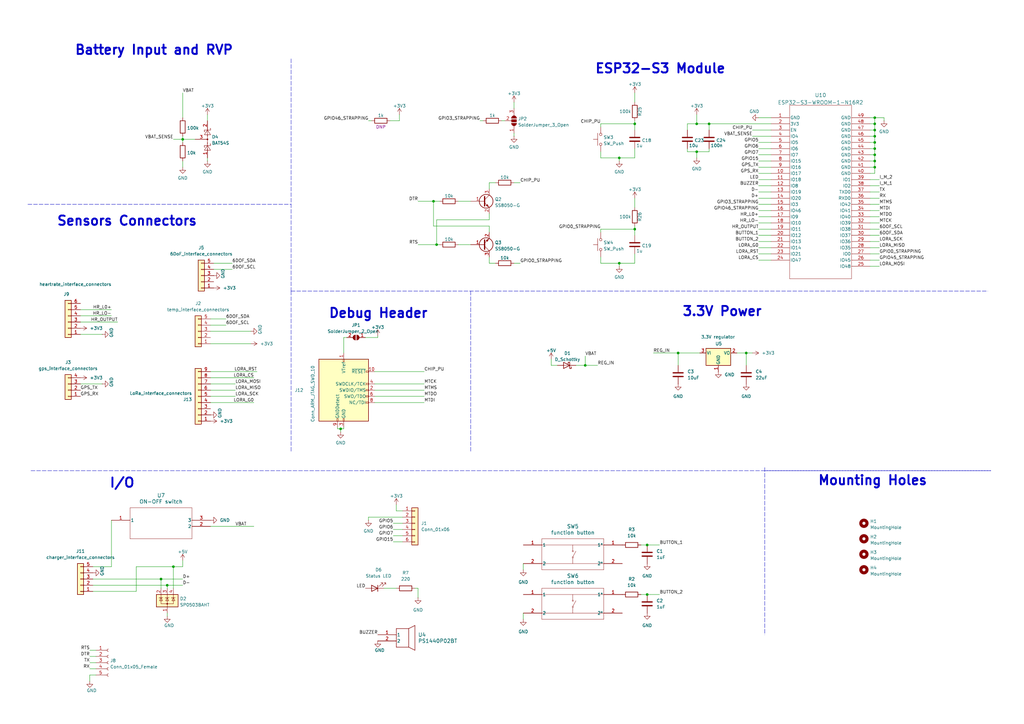
<source format=kicad_sch>
(kicad_sch (version 20231120) (generator "eeschema") (generator_version "8.0")
  (paper "A3")
  (lib_symbols
    (symbol "2024-10-08_01-38-24:EVQ-P7A01P" (pin_names (offset 0.254))
      (property "Reference" "SW6" (at 20.32 7.62 0))
      (property "Value" "function button" (at 20.32 5.08 0))
      (symbol "EVQ-P7A01P_0_1"
        (pin unspecified line (at 0 0 0) (length 7.62) (name "1") (number "1"))
        (pin unspecified line (at 0 -7.62 0) (length 7.62) (name "2") (number "2"))
      )
      (symbol "EVQ-P7A01P_1_1"
        (pin unspecified line (at 40.64 0 180) (length 7.62) (name "1*") (number "1"))
        (pin unspecified line (at 40.64 -7.62 180) (length 7.62) (name "2*") (number "2"))
      )
    )
    (symbol "2024-10-08_01-39-16:OS102011MA1QS1" (pin_names (offset 0.254))
      (property "Reference" "U" (at 20.32 10.16 0))
      (property "Value" "OS102011MA1QS1" (at 20.32 7.62 0))
      (symbol "OS102011MA1QS1_0_1"
        (pin unspecified line (at 0 0 0) (length 7.62) (name "1") (number "1"))
        (pin unspecified line (at 40.64 -2.54 180) (length 7.62) (name "2") (number "2"))
        (pin unspecified line (at 40.64 0 180) (length 7.62) (name "3") (number "3"))
      )
    )
    (symbol "2024-10-11_03-25-17:PS1440P02BT" (pin_names (offset 0.254))
      (property "Reference" "U" (at 7.62 7.62 0))
      (property "Value" "PS1440P02BT" (at 20.32 7.62 0))
      (symbol "PS1440P02BT_0_1"
        (pin unspecified line (at 0 0 0) (length 7.62) (name "1") (number "1"))
        (pin unspecified line (at 0 -2.54 0) (length 7.62) (name "2") (number "2"))
      )
    )
    (symbol "Conn_01x05_1" (pin_names (offset 1.016) hide)
      (property "Reference" "J" (at 0 7.62 0))
      (property "Value" "Conn_01x05" (at 0 -7.62 0))
      (symbol "Conn_01x05_1_1_1"
        (pin passive line (at -5.08 5.08 0) (length 3.81) (name "Pin_1") (number "1"))
        (pin passive line (at -5.08 2.54 0) (length 3.81) (name "Pin_2") (number "2"))
        (pin passive line (at -5.08 0 0) (length 3.81) (name "Pin_3") (number "3"))
        (pin passive line (at -5.08 -2.54 0) (length 3.81) (name "Pin_4") (number "4"))
        (pin passive line (at -5.08 -5.08 0) (length 3.81) (name "Pin_5") (number "5"))
      )
    )
    (symbol "Conn_01x06_1" (pin_names (offset 1.016) hide)
      (property "Reference" "J" (at 0 7.62 0))
      (property "Value" "Conn_01x06" (at 0 -10.16 0))
      (symbol "Conn_01x06_1_1_1"
        (pin passive line (at -5.08 5.08 0) (length 3.81) (name "Pin_1") (number "1"))
        (pin passive line (at -5.08 2.54 0) (length 3.81) (name "Pin_2") (number "2"))
        (pin passive line (at -5.08 0 0) (length 3.81) (name "Pin_3") (number "3"))
        (pin passive line (at -5.08 -2.54 0) (length 3.81) (name "Pin_4") (number "4"))
        (pin passive line (at -5.08 -5.08 0) (length 3.81) (name "Pin_5") (number "5"))
        (pin passive line (at -5.08 -7.62 0) (length 3.81) (name "Pin_6") (number "6"))
      )
    )
    (symbol "Connector:Conn_01x05_Female" (pin_names (offset 1.016) hide)
      (property "Reference" "J" (at 0 7.62 0))
      (property "Value" "Conn_01x05_Female" (at 0 -7.62 0))
      (symbol "Conn_01x05_Female_1_1"
        (pin passive line (at -5.08 5.08 0) (length 3.81) (name "Pin_1") (number "1"))
        (pin passive line (at -5.08 2.54 0) (length 3.81) (name "Pin_2") (number "2"))
        (pin passive line (at -5.08 0 0) (length 3.81) (name "Pin_3") (number "3"))
        (pin passive line (at -5.08 -2.54 0) (length 3.81) (name "Pin_4") (number "4"))
        (pin passive line (at -5.08 -5.08 0) (length 3.81) (name "Pin_5") (number "5"))
      )
    )
    (symbol "Connector:Conn_ARM_JTAG_SWD_10" (pin_names (offset 1.016))
      (property "Reference" "J" (at -2.54 16.51 0))
      (property "Value" "Conn_ARM_JTAG_SWD_10" (at -2.54 13.97 0))
      (symbol "Conn_ARM_JTAG_SWD_10_1_1"
        (pin power_in line (at 0 15.24 270) (length 2.54) (name "VTref") (number "1"))
        (pin open_collector line (at 12.7 7.62 180) (length 2.54) (name "~{RESET}") (number "10"))
        (pin bidirectional line (at 12.7 0 180) (length 2.54) (name "SWDIO/TMS") (number "2"))
        (pin power_in line (at 0 -15.24 90) (length 2.54) (name "GND") (number "3"))
        (pin output line (at 12.7 2.54 180) (length 2.54) (name "SWDCLK/TCK") (number "4"))
        (pin passive line (at 0 -15.24 90) (length 2.54) hide (name "GND") (number "5"))
        (pin input line (at 12.7 -2.54 180) (length 2.54) (name "SWO/TDO") (number "6"))
        (pin no_connect line (at -10.16 0 0) (length 2.54) hide (name "KEY") (number "7"))
        (pin output line (at 12.7 -5.08 180) (length 2.54) (name "NC/TDI") (number "8"))
        (pin passive line (at -2.54 -15.24 90) (length 2.54) (name "GNDDetect") (number "9"))
      )
    )
    (symbol "Connector_Generic:Conn_01x04" (pin_names (offset 1.016) hide)
      (property "Reference" "J" (at 0 5.08 0))
      (property "Value" "Conn_01x04" (at 0 -7.62 0))
      (symbol "Conn_01x04_1_1"
        (pin passive line (at -5.08 2.54 0) (length 3.81) (name "Pin_1") (number "1"))
        (pin passive line (at -5.08 0 0) (length 3.81) (name "Pin_2") (number "2"))
        (pin passive line (at -5.08 -2.54 0) (length 3.81) (name "Pin_3") (number "3"))
        (pin passive line (at -5.08 -5.08 0) (length 3.81) (name "Pin_4") (number "4"))
      )
    )
    (symbol "Connector_Generic:Conn_01x05" (pin_names (offset 1.016) hide)
      (property "Reference" "J11" (at 0 -11.43 0))
      (property "Value" "charger_interface_connectors" (at 0 -8.89 0))
      (symbol "Conn_01x05_1_1"
        (pin passive line (at -5.08 5.08 0) (length 3.81) (name "5V") (number "1"))
        (pin passive line (at -5.08 2.54 0) (length 3.81) (name "D-") (number "2"))
        (pin passive line (at -5.08 0 0) (length 3.81) (name "D+") (number "3"))
        (pin passive line (at -5.08 -2.54 0) (length 3.81) (name "GND") (number "4"))
        (pin passive line (at -5.08 -5.08 0) (length 3.81) (name "BAT") (number "5"))
      )
    )
    (symbol "Connector_Generic:Conn_01x06" (pin_names (offset 1.016) hide)
      (property "Reference" "J9" (at -0.508 -11.43 0))
      (property "Value" "heartrate_interface_connectors" (at -17.78 -15.494 0))
      (symbol "Conn_01x06_1_1"
        (pin passive line (at -5.08 5.08 0) (length 3.81) (name "GND") (number "1"))
        (pin passive line (at -5.08 2.54 0) (length 3.81) (name "3.3V") (number "2"))
        (pin passive line (at -5.08 0 0) (length 3.81) (name "OUTPUT") (number "3"))
        (pin passive line (at -5.08 -2.54 0) (length 3.81) (name "LO-") (number "4"))
        (pin passive line (at -5.08 -5.08 0) (length 3.81) (name "LO+") (number "5"))
        (pin passive line (at -5.08 -7.62 0) (length 3.81) (name "SDN") (number "6"))
      )
    )
    (symbol "Connector_Generic:Conn_01x09" (pin_names (offset 1.016) hide)
      (property "Reference" "J13" (at 2.54 1.2701 0))
      (property "Value" "LoRa_interface_connectors" (at 2.54 -1.2699 0))
      (symbol "Conn_01x09_1_1"
        (pin passive line (at -5.08 10.16 0) (length 3.81) (name "VIN") (number "1"))
        (pin passive line (at -5.08 7.62 0) (length 3.81) (name "GND") (number "2"))
        (pin passive line (at -5.08 5.08 0) (length 3.81) (name "EN") (number "3"))
        (pin passive line (at -5.08 2.54 0) (length 3.81) (name "G0") (number "4"))
        (pin passive line (at -5.08 0 0) (length 3.81) (name "SCK") (number "5"))
        (pin passive line (at -5.08 -2.54 0) (length 3.81) (name "MISO") (number "6"))
        (pin passive line (at -5.08 -5.08 0) (length 3.81) (name "MOSI") (number "7"))
        (pin passive line (at -5.08 -7.62 0) (length 3.81) (name "CS") (number "8"))
        (pin passive line (at -5.08 -10.16 0) (length 3.81) (name "RST") (number "9"))
      )
    )
    (symbol "Device:C" (pin_numbers hide) (pin_names (offset 0.254))
      (property "Reference" "C" (at 0.635 2.54 0))
      (property "Value" "C" (at 0.635 -2.54 0))
      (symbol "C_1_1"
        (pin passive line (at 0 3.81 270) (length 2.794) (name "~") (number "1"))
        (pin passive line (at 0 -3.81 90) (length 2.794) (name "~") (number "2"))
      )
    )
    (symbol "Device:D_Schottky" (pin_numbers hide) (pin_names (offset 1.016) hide)
      (property "Reference" "D" (at 0 2.54 0))
      (property "Value" "D_Schottky" (at 0 -2.54 0))
      (symbol "D_Schottky_1_1"
        (pin passive line (at -3.81 0 0) (length 2.54) (name "K") (number "1"))
        (pin passive line (at 3.81 0 180) (length 2.54) (name "A") (number "2"))
      )
    )
    (symbol "Device:Q_NPN_BEC" (pin_names (offset 0) hide)
      (property "Reference" "Q" (at 5.08 1.27 0))
      (property "Value" "Q_NPN_BEC" (at 5.08 -1.27 0))
      (symbol "Q_NPN_BEC_1_1"
        (pin input line (at -5.08 0 0) (length 5.715) (name "B") (number "1"))
        (pin passive line (at 2.54 -5.08 90) (length 2.54) (name "E") (number "2"))
        (pin passive line (at 2.54 5.08 270) (length 2.54) (name "C") (number "3"))
      )
    )
    (symbol "Device:R" (pin_numbers hide) (pin_names (offset 0))
      (property "Reference" "R" (at 2.032 0 90))
      (property "Value" "R" (at 0 0 90))
      (symbol "R_1_1"
        (pin passive line (at 0 3.81 270) (length 1.27) (name "~") (number "1"))
        (pin passive line (at 0 -3.81 90) (length 1.27) (name "~") (number "2"))
      )
    )
    (symbol "Diode:BAT54S" (pin_names (offset 1.016))
      (property "Reference" "D" (at 0.635 -3.81 0))
      (property "Value" "BAT54S" (at -6.35 3.175 0))
      (symbol "BAT54S_1_1"
        (pin passive line (at -7.62 0 0) (length 3.81) (name "~") (number "1"))
        (pin passive line (at 7.62 0 180) (length 3.81) (name "~") (number "2"))
        (pin passive line (at 0 -5.08 90) (length 5.08) (name "~") (number "3"))
      )
    )
    (symbol "EVQ-P7A01P_1" (pin_names (offset 0.254))
      (property "Reference" "SW5" (at 20.32 7.62 0))
      (property "Value" "function button" (at 20.32 5.08 0))
      (symbol "EVQ-P7A01P_1_0_1"
        (pin unspecified line (at 0 0 0) (length 7.62) (name "1") (number "1"))
        (pin unspecified line (at 40.64 0 180) (length 7.62) (name "1*") (number "1"))
        (pin unspecified line (at 0 -7.62 0) (length 7.62) (name "2") (number "2"))
        (pin unspecified line (at 40.64 -7.62 180) (length 7.62) (name "2*") (number "2"))
      )
    )
    (symbol "Jumper:SolderJumper_2_Open" (pin_names (offset 0) hide)
      (property "Reference" "JP" (at 0 2.032 0))
      (property "Value" "SolderJumper_2_Open" (at 0 -2.54 0))
      (symbol "SolderJumper_2_Open_1_1"
        (pin passive line (at -3.81 0 0) (length 2.54) (name "A") (number "1"))
        (pin passive line (at 3.81 0 180) (length 2.54) (name "B") (number "2"))
      )
    )
    (symbol "Jumper:SolderJumper_3_Open" (pin_names (offset 0) hide)
      (property "Reference" "JP" (at -2.54 -2.54 0))
      (property "Value" "SolderJumper_3_Open" (at 0 2.794 0))
      (symbol "SolderJumper_3_Open_1_1"
        (pin passive line (at -5.08 0 0) (length 2.54) (name "A") (number "1"))
        (pin passive line (at 0 -3.81 90) (length 2.54) (name "C") (number "2"))
        (pin passive line (at 5.08 0 180) (length 2.54) (name "B") (number "3"))
      )
    )
    (symbol "LED:IR26-21C_L110_TR8" (pin_numbers hide) (pin_names (offset 1.016) hide)
      (property "Reference" "D" (at 0 2.54 0))
      (property "Value" "IR26-21C_L110_TR8" (at 0 -3.81 0))
      (symbol "IR26-21C_L110_TR8_1_1"
        (pin passive line (at -3.81 0 0) (length 2.54) (name "K") (number "1"))
        (pin passive line (at 3.81 0 180) (length 2.54) (name "A") (number "2"))
      )
    )
    (symbol "Mechanical:MountingHole" (pin_names (offset 1.016))
      (property "Reference" "H" (at 0 5.08 0))
      (property "Value" "MountingHole" (at 0 3.175 0))
    )
    (symbol "Power_Protection:SP0503BAHT" (pin_names hide)
      (property "Reference" "D" (at 5.715 2.54 0))
      (property "Value" "SP0503BAHT" (at 5.715 0.635 0))
      (symbol "SP0503BAHT_0_0"
        (pin passive line (at 0 -5.08 90) (length 2.54) (name "A") (number "1"))
      )
      (symbol "SP0503BAHT_1_1"
        (pin passive line (at -2.54 5.08 270) (length 2.54) (name "K") (number "2"))
        (pin passive line (at 0 5.08 270) (length 2.54) (name "K") (number "3"))
        (pin passive line (at 2.54 5.08 270) (length 2.54) (name "K") (number "4"))
      )
    )
    (symbol "Regulator_Linear:AZ1117-3.3" (pin_names (offset 0.254))
      (property "Reference" "U" (at -3.81 3.175 0))
      (property "Value" "AZ1117-3.3" (at 0 3.175 0))
      (symbol "AZ1117-3.3_1_1"
        (pin power_in line (at 0 -7.62 90) (length 2.54) (name "GND") (number "1"))
        (pin power_out line (at 7.62 0 180) (length 2.54) (name "VO") (number "2"))
        (pin power_in line (at -7.62 0 0) (length 2.54) (name "VI") (number "3"))
      )
    )
    (symbol "Switch:SW_Push" (pin_numbers hide) (pin_names (offset 1.016) hide)
      (property "Reference" "SW" (at 1.27 2.54 0))
      (property "Value" "SW_Push" (at 0 -1.524 0))
      (symbol "SW_Push_0_1"
        (pin passive line (at -5.08 0 0) (length 2.54) (name "1") (number "1"))
        (pin passive line (at 5.08 0 180) (length 2.54) (name "2") (number "2"))
      )
    )
    (symbol "basic:C" (pin_numbers hide) (pin_names (offset 0.254))
      (property "Reference" "C" (at 0.635 2.54 0))
      (symbol "C_1_1"
        (pin passive line (at 0 3.81 270) (length 2.794) (name "~") (number "1"))
        (pin passive line (at 0 -3.81 90) (length 2.794) (name "~") (number "2"))
      )
    )
    (symbol "basic:R" (pin_numbers hide) (pin_names (offset 0))
      (property "Value" "R" (at 0 0 90))
      (symbol "R_1_1"
        (pin passive line (at 0 3.81 270) (length 1.27) (name "~") (number "1"))
        (pin passive line (at 0 -3.81 90) (length 1.27) (name "~") (number "2"))
      )
    )
    (symbol "local_symbols:ESP32-S3-WROOM-1-N16R2" (pin_names (offset 0.254))
      (property "Reference" "U" (at 20.32 10.16 0))
      (property "Value" "ESP32-S3-WROOM-1-N16R2" (at 20.32 7.62 0))
      (symbol "ESP32-S3-WROOM-1-N16R2_0_1"
        (pin power_out line (at 0 0 0) (length 7.62) (name "GND") (number "1"))
        (pin bidirectional line (at 0 -22.86 0) (length 7.62) (name "IO17") (number "10"))
        (pin bidirectional line (at 0 -25.4 0) (length 7.62) (name "IO18") (number "11"))
        (pin bidirectional line (at 0 -27.94 0) (length 7.62) (name "IO8") (number "12"))
        (pin bidirectional line (at 0 -30.48 0) (length 7.62) (name "IO19") (number "13"))
        (pin bidirectional line (at 0 -33.02 0) (length 7.62) (name "IO20") (number "14"))
        (pin bidirectional line (at 0 -35.56 0) (length 7.62) (name "IO3") (number "15"))
        (pin bidirectional line (at 0 -38.1 0) (length 7.62) (name "IO46") (number "16"))
        (pin bidirectional line (at 0 -40.64 0) (length 7.62) (name "IO9") (number "17"))
        (pin bidirectional line (at 0 -43.18 0) (length 7.62) (name "IO10") (number "18"))
        (pin bidirectional line (at 0 -45.72 0) (length 7.62) (name "IO11") (number "19"))
        (pin power_in line (at 0 -2.54 0) (length 7.62) (name "3V3") (number "2"))
        (pin bidirectional line (at 0 -48.26 0) (length 7.62) (name "IO12") (number "20"))
        (pin bidirectional line (at 0 -50.8 0) (length 7.62) (name "IO13") (number "21"))
        (pin bidirectional line (at 0 -53.34 0) (length 7.62) (name "IO14") (number "22"))
        (pin bidirectional line (at 0 -55.88 0) (length 7.62) (name "IO21") (number "23"))
        (pin bidirectional line (at 0 -58.42 0) (length 7.62) (name "IO47") (number "24"))
        (pin bidirectional line (at 40.64 -60.96 180) (length 7.62) (name "IO48") (number "25"))
        (pin bidirectional line (at 40.64 -58.42 180) (length 7.62) (name "IO45") (number "26"))
        (pin bidirectional line (at 40.64 -55.88 180) (length 7.62) (name "IO0") (number "27"))
        (pin bidirectional line (at 40.64 -53.34 180) (length 7.62) (name "IO35") (number "28"))
        (pin bidirectional line (at 40.64 -50.8 180) (length 7.62) (name "IO36") (number "29"))
        (pin input line (at 0 -5.08 0) (length 7.62) (name "EN") (number "3"))
        (pin bidirectional line (at 40.64 -48.26 180) (length 7.62) (name "IO37") (number "30"))
        (pin bidirectional line (at 40.64 -45.72 180) (length 7.62) (name "IO38") (number "31"))
        (pin bidirectional line (at 40.64 -43.18 180) (length 7.62) (name "IO39") (number "32"))
        (pin bidirectional line (at 40.64 -40.64 180) (length 7.62) (name "IO40") (number "33"))
        (pin bidirectional line (at 40.64 -38.1 180) (length 7.62) (name "IO41") (number "34"))
        (pin bidirectional line (at 40.64 -35.56 180) (length 7.62) (name "IO42") (number "35"))
        (pin bidirectional line (at 40.64 -33.02 180) (length 7.62) (name "RXD0") (number "36"))
        (pin bidirectional line (at 40.64 -30.48 180) (length 7.62) (name "TXD0") (number "37"))
        (pin bidirectional line (at 40.64 -27.94 180) (length 7.62) (name "IO2") (number "38"))
        (pin bidirectional line (at 40.64 -25.4 180) (length 7.62) (name "IO1") (number "39"))
        (pin bidirectional line (at 0 -7.62 0) (length 7.62) (name "IO4") (number "4"))
        (pin power_out line (at 40.64 -22.86 180) (length 7.62) (name "GND") (number "40"))
        (pin power_out line (at 40.64 -20.32 180) (length 7.62) (name "GND") (number "41"))
        (pin power_out line (at 40.64 -17.78 180) (length 7.62) (name "GND") (number "42"))
        (pin power_out line (at 40.64 -15.24 180) (length 7.62) (name "GND") (number "43"))
        (pin power_out line (at 40.64 -12.7 180) (length 7.62) (name "GND") (number "44"))
        (pin power_out line (at 40.64 -10.16 180) (length 7.62) (name "GND") (number "45"))
        (pin power_out line (at 40.64 -7.62 180) (length 7.62) (name "GND") (number "46"))
        (pin power_out line (at 40.64 -5.08 180) (length 7.62) (name "GND") (number "47"))
        (pin power_out line (at 40.64 -2.54 180) (length 7.62) (name "GND") (number "48"))
        (pin power_out line (at 40.64 0 180) (length 7.62) (name "GND") (number "49"))
        (pin bidirectional line (at 0 -10.16 0) (length 7.62) (name "IO5") (number "5"))
        (pin bidirectional line (at 0 -12.7 0) (length 7.62) (name "IO6") (number "6"))
        (pin bidirectional line (at 0 -15.24 0) (length 7.62) (name "IO7") (number "7"))
        (pin bidirectional line (at 0 -17.78 0) (length 7.62) (name "IO15") (number "8"))
        (pin bidirectional line (at 0 -20.32 0) (length 7.62) (name "IO16") (number "9"))
      )
    )
    (symbol "power:+3V3" (power) (pin_names (offset 0))
      (property "Value" "+3V3" (at 0 3.556 0))
      (symbol "+3V3_1_1"
        (pin power_in line (at 0 0 90) (length 0) hide (name "+3V3") (number "1"))
      )
    )
    (symbol "power:+5V" (power) (pin_names (offset 0))
      (property "Value" "+5V" (at 0 3.556 0))
      (symbol "+5V_1_1"
        (pin power_in line (at 0 0 90) (length 0) hide (name "+5V") (number "1"))
      )
    )
    (symbol "power:GND" (power) (pin_numbers hide) (pin_names (offset 0) hide)
      (property "Value" "GND" (at 0 -3.81 0))
      (symbol "GND_1_1"
        (pin power_in line (at 0 0 270) (length 0) (name "~") (number "1"))
      )
    )
  )
  (junction (at 260.35 93.98))
  (junction (at 358.775 55.88))
  (junction (at 265.43 243.84))
  (junction (at 285.75 62.23))
  (junction (at 358.775 50.8))
  (junction (at 358.775 58.42))
  (junction (at 71.12 232.41))
  (junction (at 285.75 50.8))
  (junction (at 290.83 50.8))
  (junction (at 278.13 144.78))
  (junction (at 358.775 68.58))
  (junction (at 74.93 57.15))
  (junction (at 265.43 223.52))
  (junction (at 358.775 48.26))
  (junction (at 68.58 240.03))
  (junction (at 358.775 66.04))
  (junction (at 358.775 60.96))
  (junction (at 260.35 50.8))
  (junction (at 179.07 100.33))
  (junction (at 254 107.95))
  (junction (at 358.775 63.5))
  (junction (at 240.03 149.86))
  (junction (at 306.07 144.78))
  (junction (at 139.7 175.895))
  (junction (at 254 64.77))
  (junction (at 358.775 53.34))
  (junction (at 66.04 237.49))
  (junction (at 177.8 82.55))
  (wire (pts (xy 36.83 266.7) (xy 39.37 266.7)))
  (wire (pts (xy 36.83 271.78) (xy 39.37 271.78)))
  (wire (pts (xy 68.58 240.03) (xy 74.93 240.03)))
  (wire (pts (xy 311.15 86.36) (xy 316.23 86.36)))
  (wire (pts (xy 154.94 137.795) (xy 154.94 138.43)))
  (polyline (pts (xy 193.04 119.38) (xy 193.04 185.42)) (stroke (width 0) (type dash)))
  (wire (pts (xy 226.06 149.86) (xy 228.6 149.86)))
  (wire (pts (xy 260.35 81.28) (xy 260.35 85.09)))
  (wire (pts (xy 38.1 242.57) (xy 55.88 242.57)))
  (wire (pts (xy 161.29 214.63) (xy 165.1 214.63)))
  (wire (pts (xy 92.71 133.35) (xy 86.36 133.35)))
  (polyline (pts (xy 119.38 24.13) (xy 119.38 119.38)) (stroke (width 0) (type dash)))
  (wire (pts (xy 356.87 99.06) (xy 360.68 99.06)))
  (wire (pts (xy 278.13 144.78) (xy 278.13 149.86)))
  (wire (pts (xy 311.15 99.06) (xy 316.23 99.06)))
  (wire (pts (xy 262.89 243.84) (xy 265.43 243.84)))
  (wire (pts (xy 153.67 160.02) (xy 173.99 160.02)))
  (wire (pts (xy 254 107.95) (xy 254 109.22)))
  (wire (pts (xy 311.15 48.26) (xy 316.23 48.26)))
  (wire (pts (xy 96.52 160.02) (xy 86.36 160.02)))
  (wire (pts (xy 210.82 107.95) (xy 213.36 107.95)))
  (wire (pts (xy 356.87 81.28) (xy 360.68 81.28)))
  (wire (pts (xy 71.12 232.41) (xy 74.93 232.41)))
  (wire (pts (xy 311.15 73.66) (xy 316.23 73.66)))
  (wire (pts (xy 311.15 68.58) (xy 316.23 68.58)))
  (polyline (pts (xy 12.7 193.04) (xy 406.4 193.04)) (stroke (width 0) (type dash)))
  (wire (pts (xy 246.38 107.95) (xy 254 107.95)))
  (wire (pts (xy 200.66 90.17) (xy 179.07 90.17)))
  (wire (pts (xy 102.87 140.97) (xy 86.36 140.97)))
  (wire (pts (xy 214.63 233.68) (xy 214.63 231.14)))
  (wire (pts (xy 308.61 53.34) (xy 316.23 53.34)))
  (wire (pts (xy 356.87 66.04) (xy 358.775 66.04)))
  (wire (pts (xy 260.35 107.95) (xy 254 107.95)))
  (wire (pts (xy 105.41 152.4) (xy 86.36 152.4)))
  (wire (pts (xy 86.36 215.9) (xy 104.14 215.9)))
  (polyline (pts (xy 313.69 191.77) (xy 313.69 260.35)) (stroke (width 0) (type dash)))
  (wire (pts (xy 71.12 57.15) (xy 74.93 57.15)))
  (wire (pts (xy 160.02 49.53) (xy 163.83 49.53)))
  (wire (pts (xy 86.36 165.1) (xy 104.14 165.1)))
  (wire (pts (xy 356.87 78.74) (xy 360.68 78.74)))
  (wire (pts (xy 285.75 62.23) (xy 290.83 62.23)))
  (wire (pts (xy 260.35 49.53) (xy 260.35 50.8)))
  (wire (pts (xy 356.87 55.88) (xy 358.775 55.88)))
  (wire (pts (xy 260.35 104.14) (xy 260.35 107.95)))
  (wire (pts (xy 260.35 92.71) (xy 260.35 93.98)))
  (wire (pts (xy 358.775 55.88) (xy 358.775 53.34)))
  (wire (pts (xy 38.1 240.03) (xy 68.58 240.03)))
  (wire (pts (xy 153.67 152.4) (xy 173.99 152.4)))
  (wire (pts (xy 45.72 127) (xy 33.02 127)))
  (wire (pts (xy 356.87 93.98) (xy 360.68 93.98)))
  (wire (pts (xy 281.94 60.96) (xy 281.94 62.23)))
  (polyline (pts (xy 406.4 193.04) (xy 313.69 193.04)) (stroke (width 0) (type dash)))
  (wire (pts (xy 171.45 241.3) (xy 171.45 245.11)))
  (wire (pts (xy 161.29 217.17) (xy 165.1 217.17)))
  (wire (pts (xy 214.63 254) (xy 214.63 251.46)))
  (wire (pts (xy 306.07 144.78) (xy 306.07 149.86)))
  (wire (pts (xy 187.96 100.33) (xy 193.04 100.33)))
  (wire (pts (xy 162.56 209.55) (xy 165.1 209.55)))
  (wire (pts (xy 200.66 105.41) (xy 200.66 107.95)))
  (wire (pts (xy 177.8 82.55) (xy 180.34 82.55)))
  (wire (pts (xy 246.38 50.8) (xy 260.35 50.8)))
  (wire (pts (xy 246.38 105.41) (xy 246.38 107.95)))
  (wire (pts (xy 311.15 71.12) (xy 316.23 71.12)))
  (wire (pts (xy 138.43 175.26) (xy 138.43 175.895)))
  (wire (pts (xy 356.87 104.14) (xy 360.68 104.14)))
  (wire (pts (xy 102.87 135.89) (xy 86.36 135.89)))
  (wire (pts (xy 356.87 106.68) (xy 360.68 106.68)))
  (wire (pts (xy 356.87 68.58) (xy 358.775 68.58)))
  (wire (pts (xy 74.93 55.88) (xy 74.93 57.15)))
  (wire (pts (xy 171.45 100.33) (xy 179.07 100.33)))
  (wire (pts (xy 39.37 276.86) (xy 36.83 276.86)))
  (wire (pts (xy 267.97 144.78) (xy 278.13 144.78)))
  (wire (pts (xy 260.35 50.8) (xy 260.35 53.34)))
  (wire (pts (xy 246.38 62.23) (xy 246.38 64.77)))
  (wire (pts (xy 157.48 241.3) (xy 162.56 241.3)))
  (wire (pts (xy 96.52 157.48) (xy 86.36 157.48)))
  (wire (pts (xy 210.82 54.61) (xy 210.82 55.88)))
  (wire (pts (xy 151.13 212.09) (xy 165.1 212.09)))
  (wire (pts (xy 68.58 240.03) (xy 68.58 241.3)))
  (wire (pts (xy 358.775 66.04) (xy 358.775 63.5)))
  (wire (pts (xy 85.09 46.99) (xy 85.09 49.53)))
  (wire (pts (xy 311.15 104.14) (xy 316.23 104.14)))
  (wire (pts (xy 356.87 63.5) (xy 358.775 63.5)))
  (wire (pts (xy 281.94 50.8) (xy 285.75 50.8)))
  (wire (pts (xy 311.15 63.5) (xy 316.23 63.5)))
  (wire (pts (xy 55.88 232.41) (xy 71.12 232.41)))
  (wire (pts (xy 196.85 49.53) (xy 198.12 49.53)))
  (polyline (pts (xy 11.43 83.82) (xy 119.38 83.82)) (stroke (width 0) (type dash)))
  (wire (pts (xy 246.38 64.77) (xy 254 64.77)))
  (wire (pts (xy 45.72 129.54) (xy 33.02 129.54)))
  (wire (pts (xy 358.775 68.58) (xy 358.775 66.04)))
  (wire (pts (xy 311.15 91.44) (xy 316.23 91.44)))
  (wire (pts (xy 356.87 76.2) (xy 360.68 76.2)))
  (wire (pts (xy 246.38 52.07) (xy 246.38 50.8)))
  (wire (pts (xy 281.94 62.23) (xy 285.75 62.23)))
  (wire (pts (xy 95.25 110.49) (xy 87.63 110.49)))
  (wire (pts (xy 358.775 58.42) (xy 358.775 55.88)))
  (wire (pts (xy 66.04 237.49) (xy 66.04 241.3)))
  (wire (pts (xy 358.775 53.34) (xy 358.775 50.8)))
  (wire (pts (xy 260.35 38.1) (xy 260.35 41.91)))
  (wire (pts (xy 240.03 146.05) (xy 240.03 149.86)))
  (wire (pts (xy 179.07 90.17) (xy 179.07 100.33)))
  (wire (pts (xy 311.15 83.82) (xy 316.23 83.82)))
  (wire (pts (xy 358.775 71.12) (xy 358.775 68.58)))
  (polyline (pts (xy 119.38 119.38) (xy 405.13 119.38)) (stroke (width 0) (type dash)))
  (wire (pts (xy 311.15 76.2) (xy 316.23 76.2)))
  (wire (pts (xy 311.15 106.68) (xy 316.23 106.68)))
  (wire (pts (xy 240.03 149.86) (xy 245.11 149.86)))
  (wire (pts (xy 290.83 50.8) (xy 316.23 50.8)))
  (wire (pts (xy 236.22 149.86) (xy 240.03 149.86)))
  (wire (pts (xy 356.87 96.52) (xy 360.68 96.52)))
  (wire (pts (xy 356.87 101.6) (xy 360.68 101.6)))
  (wire (pts (xy 311.15 96.52) (xy 316.23 96.52)))
  (wire (pts (xy 163.83 46.99) (xy 163.83 49.53)))
  (wire (pts (xy 311.15 101.6) (xy 316.23 101.6)))
  (wire (pts (xy 68.58 251.46) (xy 68.58 252.73)))
  (wire (pts (xy 74.93 38.1) (xy 74.93 48.26)))
  (wire (pts (xy 285.75 62.23) (xy 285.75 64.77)))
  (wire (pts (xy 285.75 46.99) (xy 285.75 50.8)))
  (wire (pts (xy 356.87 48.26) (xy 358.775 48.26)))
  (wire (pts (xy 170.18 241.3) (xy 171.45 241.3)))
  (wire (pts (xy 200.66 87.63) (xy 200.66 90.17)))
  (wire (pts (xy 200.66 95.25) (xy 200.66 92.71)))
  (wire (pts (xy 85.09 64.77) (xy 85.09 66.04)))
  (wire (pts (xy 140.97 138.43) (xy 140.97 144.78)))
  (wire (pts (xy 262.89 223.52) (xy 265.43 223.52)))
  (wire (pts (xy 260.35 64.77) (xy 254 64.77)))
  (wire (pts (xy 311.15 60.96) (xy 316.23 60.96)))
  (wire (pts (xy 210.82 74.93) (xy 213.36 74.93)))
  (wire (pts (xy 36.83 269.24) (xy 39.37 269.24)))
  (wire (pts (xy 74.93 57.15) (xy 80.01 57.15)))
  (wire (pts (xy 41.91 157.48) (xy 33.02 157.48)))
  (wire (pts (xy 149.86 138.43) (xy 154.94 138.43)))
  (wire (pts (xy 205.74 49.53) (xy 207.01 49.53)))
  (wire (pts (xy 179.07 100.33) (xy 180.34 100.33)))
  (wire (pts (xy 36.83 276.86) (xy 36.83 279.4)))
  (wire (pts (xy 151.13 49.53) (xy 152.4 49.53)))
  (wire (pts (xy 153.67 165.1) (xy 173.99 165.1)))
  (wire (pts (xy 153.67 157.48) (xy 173.99 157.48)))
  (wire (pts (xy 187.96 82.55) (xy 193.04 82.55)))
  (wire (pts (xy 171.45 82.55) (xy 177.8 82.55)))
  (wire (pts (xy 362.585 49.53) (xy 362.585 48.26)))
  (wire (pts (xy 278.13 144.78) (xy 287.02 144.78)))
  (wire (pts (xy 104.14 154.94) (xy 86.36 154.94)))
  (wire (pts (xy 200.66 107.95) (xy 203.2 107.95)))
  (wire (pts (xy 177.8 92.71) (xy 177.8 82.55)))
  (wire (pts (xy 358.775 60.96) (xy 358.775 58.42)))
  (wire (pts (xy 38.1 237.49) (xy 66.04 237.49)))
  (wire (pts (xy 311.15 58.42) (xy 316.23 58.42)))
  (wire (pts (xy 200.66 92.71) (xy 177.8 92.71)))
  (wire (pts (xy 92.71 130.81) (xy 86.36 130.81)))
  (wire (pts (xy 210.82 41.91) (xy 210.82 44.45)))
  (wire (pts (xy 265.43 223.52) (xy 270.51 223.52)))
  (wire (pts (xy 311.15 66.04) (xy 316.23 66.04)))
  (wire (pts (xy 285.75 50.8) (xy 290.83 50.8)))
  (wire (pts (xy 138.43 175.895) (xy 139.7 175.895)))
  (wire (pts (xy 260.35 93.98) (xy 260.35 96.52)))
  (wire (pts (xy 140.97 175.26) (xy 140.97 175.895)))
  (wire (pts (xy 311.15 81.28) (xy 316.23 81.28)))
  (wire (pts (xy 161.29 222.25) (xy 165.1 222.25)))
  (wire (pts (xy 246.38 95.25) (xy 246.38 93.98)))
  (wire (pts (xy 161.29 219.71) (xy 165.1 219.71)))
  (wire (pts (xy 38.1 232.41) (xy 45.72 232.41)))
  (wire (pts (xy 281.94 53.34) (xy 281.94 50.8)))
  (wire (pts (xy 71.12 232.41) (xy 71.12 241.3)))
  (polyline (pts (xy 119.38 119.38) (xy 119.38 185.42)) (stroke (width 0) (type dash)))
  (wire (pts (xy 356.87 109.22) (xy 360.68 109.22)))
  (wire (pts (xy 200.66 74.93) (xy 200.66 77.47)))
  (wire (pts (xy 55.88 242.57) (xy 55.88 232.41)))
  (wire (pts (xy 74.93 57.15) (xy 74.93 58.42)))
  (wire (pts (xy 358.775 48.26) (xy 358.775 50.8)))
  (wire (pts (xy 308.61 55.88) (xy 316.23 55.88)))
  (wire (pts (xy 356.87 58.42) (xy 358.775 58.42)))
  (wire (pts (xy 356.87 60.96) (xy 358.775 60.96)))
  (wire (pts (xy 356.87 73.66) (xy 360.68 73.66)))
  (wire (pts (xy 95.25 107.95) (xy 87.63 107.95)))
  (wire (pts (xy 203.2 74.93) (xy 200.66 74.93)))
  (wire (pts (xy 74.93 66.04) (xy 74.93 68.58)))
  (wire (pts (xy 290.83 60.96) (xy 290.83 62.23)))
  (wire (pts (xy 96.52 162.56) (xy 86.36 162.56)))
  (wire (pts (xy 356.87 83.82) (xy 360.68 83.82)))
  (wire (pts (xy 311.15 78.74) (xy 316.23 78.74)))
  (wire (pts (xy 254 64.77) (xy 254 66.04)))
  (wire (pts (xy 302.26 144.78) (xy 306.07 144.78)))
  (wire (pts (xy 45.72 213.36) (xy 45.72 232.41)))
  (wire (pts (xy 139.7 175.895) (xy 139.7 177.165)))
  (wire (pts (xy 311.15 88.9) (xy 316.23 88.9)))
  (wire (pts (xy 153.67 162.56) (xy 173.99 162.56)))
  (wire (pts (xy 358.775 63.5) (xy 358.775 60.96)))
  (wire (pts (xy 260.35 60.96) (xy 260.35 64.77)))
  (wire (pts (xy 356.87 53.34) (xy 358.775 53.34)))
  (wire (pts (xy 358.775 50.8) (xy 356.87 50.8)))
  (wire (pts (xy 226.06 147.32) (xy 226.06 149.86)))
  (wire (pts (xy 356.87 91.44) (xy 360.68 91.44)))
  (wire (pts (xy 41.91 137.16) (xy 33.02 137.16)))
  (wire (pts (xy 356.87 86.36) (xy 360.68 86.36)))
  (wire (pts (xy 308.61 144.78) (xy 306.07 144.78)))
  (wire (pts (xy 311.15 93.98) (xy 316.23 93.98)))
  (wire (pts (xy 290.83 50.8) (xy 290.83 53.34)))
  (wire (pts (xy 36.83 274.32) (xy 39.37 274.32)))
  (wire (pts (xy 66.04 237.49) (xy 74.93 237.49)))
  (wire (pts (xy 151.13 212.09) (xy 151.13 213.36)))
  (wire (pts (xy 356.87 71.12) (xy 358.775 71.12)))
  (wire (pts (xy 48.26 132.08) (xy 33.02 132.08)))
  (wire (pts (xy 142.24 138.43) (xy 140.97 138.43)))
  (wire (pts (xy 265.43 243.84) (xy 270.51 243.84)))
  (wire (pts (xy 74.93 229.87) (xy 74.93 232.41)))
  (wire (pts (xy 246.38 93.98) (xy 260.35 93.98)))
  (wire (pts (xy 162.56 207.01) (xy 162.56 209.55)))
  (wire (pts (xy 356.87 88.9) (xy 360.68 88.9)))
  (wire (pts (xy 358.775 48.26) (xy 362.585 48.26)))
  (wire (pts (xy 140.97 175.895) (xy 139.7 175.895)))
  (text "I/O" (at 44.704 200.406 0) (effects (font (size 3.81 3.81) (thickness 0.762) (bold yes)) (justify left bottom)))
  (text "3.3V Power" (at 279.654 130.048 0) (effects (font (size 3.81 3.81) (thickness 0.762) (bold yes)) (justify left bottom)))
  (text "Debug Header" (at 134.62 130.81 0) (effects (font (size 3.81 3.81) (thickness 0.762) (bold yes)) (justify left bottom)))
  (text "ESP32-S3 Module" (at 243.84 30.48 0) (effects (font (size 3.81 3.81) (thickness 0.762) (bold yes)) (justify left bottom)))
  (text "Mounting Holes" (at 335.28 199.39 0) (effects (font (size 3.81 3.81) (thickness 0.762) (bold yes)) (justify left bottom)))
  (text "Sensors Connectors\n" (at 23.114 92.964 0) (effects (font (size 3.81 3.81) (thickness 0.762) (bold yes)) (justify left bottom)))
  (text "Battery Input and RVP" (at 30.48 22.86 0) (effects (font (size 3.81 3.81) (thickness 0.762) (bold yes)) (justify left bottom)))
  (label "GPIO3_STRAPPING" (at 196.85 49.53 180))
  (label "LORA_MISO" (at 360.68 101.6 0))
  (label "D+" (at 74.93 237.49 0))
  (label "LORA_CS" (at 311.15 106.68 180))
  (label "GPIO15" (at 161.29 222.25 180))
  (label "LORA_G0" (at 311.15 101.6 180))
  (label "GPIO46_STRAPPING" (at 311.15 86.36 180))
  (label "6DOF_SDA" (at 95.25 107.95 0))
  (label "GPIO6" (at 161.29 217.17 180))
  (label "D-" (at 74.93 240.03 0))
  (label "LORA_MOSI" (at 96.52 157.48 0))
  (label "GPIO5" (at 311.15 58.42 180))
  (label "MTMS" (at 360.68 83.82 0))
  (label "GPIO7" (at 161.29 219.71 180))
  (label "HR_LO-" (at 45.72 129.54 180))
  (label "GPIO45_STRAPPING" (at 360.68 106.68 0))
  (label "GPIO6" (at 311.15 60.96 180))
  (label "VBAT_SENSE" (at 308.61 55.88 180))
  (label "LORA_SCK" (at 360.68 99.06 0))
  (label "HR_LO-" (at 311.15 91.44 180))
  (label "LORA_RST" (at 311.15 104.14 180))
  (label "BUZZER" (at 154.94 260.35 180))
  (label "BUTTON_1" (at 311.15 96.52 180))
  (label "6DOF_SDA" (at 92.71 130.81 0))
  (label "MTCK" (at 173.99 157.48 0))
  (label "LORA_CS" (at 104.14 154.94 180))
  (label "CHIP_PU" (at 308.61 53.34 180))
  (label "BUTTON_2" (at 270.51 243.84 0))
  (label "GPIO5" (at 161.29 214.63 180))
  (label "TX" (at 360.68 78.74 0))
  (label "DTR" (at 36.83 269.24 180))
  (label "HR_OUTPUT" (at 48.26 132.08 180))
  (label "RX" (at 360.68 81.28 0))
  (label "6DOF_SCL" (at 92.71 133.35 0))
  (label "CHIP_PU" (at 173.99 152.4 0))
  (label "VBAT" (at 240.03 146.05 0))
  (label "GPIO7" (at 311.15 63.5 180))
  (label "LORA_SCK" (at 96.52 162.56 0))
  (label "HR_OUTPUT" (at 311.15 93.98 180))
  (label "DTR" (at 171.45 82.55 180))
  (label "LED" (at 311.15 73.66 180))
  (label "HR_L0+" (at 45.72 127 180))
  (label "GPIO0_STRAPPING" (at 213.36 107.95 0))
  (label "VBAT_SENSE" (at 71.12 57.15 180))
  (label "I_M_1" (at 360.68 76.2 0))
  (label "6DOF_SCL" (at 360.68 93.98 0))
  (label "CHIP_PU" (at 246.38 50.8 180))
  (label "MTCK" (at 360.68 91.44 0))
  (label "BUTTON_1" (at 270.51 223.52 0))
  (label "REG_IN" (at 267.97 144.78 0))
  (label "REG_IN" (at 245.11 149.86 0))
  (label "RTS" (at 36.83 266.7 180))
  (label "LORA_MOSI" (at 360.68 109.22 0))
  (label "MTDI" (at 173.99 165.1 0))
  (label "BUTTON_2" (at 311.15 99.06 180))
  (label "GPS_RX" (at 33.02 162.56 0))
  (label "MTDI" (at 360.68 86.36 0))
  (label "LED" (at 149.86 241.3 180))
  (label "GPS_TX" (at 33.02 160.02 0))
  (label "RX" (at 36.83 274.32 180))
  (label "BUZZER" (at 311.15 76.2 180))
  (label "GPIO15" (at 311.15 66.04 180))
  (label "CHIP_PU" (at 213.36 74.93 0))
  (label "GPIO3_STRAPPING" (at 311.15 83.82 180))
  (label "D-" (at 311.15 78.74 180))
  (label "MTMS" (at 173.99 160.02 0))
  (label "VBAT" (at 96.52 215.9 0))
  (label "HR_L0+" (at 311.15 88.9 180))
  (label "LORA_G0" (at 104.14 165.1 180))
  (label "GPIO46_STRAPPING" (at 151.13 49.53 180))
  (label "GPIO0_STRAPPING" (at 360.68 104.14 0))
  (label "RTS" (at 171.45 100.33 180))
  (label "VBAT" (at 74.93 38.1 0))
  (label "GPIO0_STRAPPING" (at 246.38 93.98 180))
  (label "MTDO" (at 173.99 162.56 0))
  (label "LORA_MISO" (at 96.52 160.02 0))
  (label "I_M_2" (at 360.68 73.66 0))
  (label "TX" (at 36.83 271.78 180))
  (label "LORA_RST" (at 105.41 152.4 180))
  (label "MTDO" (at 360.68 88.9 0))
  (label "6DOF_SCL" (at 95.25 110.49 0))
  (label "GPS_TX" (at 311.15 68.58 180))
  (label "GPS_RX" (at 311.15 71.12 180))
  (label "6DOF_SDA" (at 360.68 96.52 0))
  (label "D+" (at 311.15 81.28 180))
  (symbol (lib_id "2024-10-08_01-38-24:EVQ-P7A01P") (at 214.63 243.84 0) (unit 1)
    (property "Reference" "SW6" (at 234.95 236.22 0) (effects (font (size 1.524 1.524))))
    (property "Value" "function button" (at 234.95 238.76 0) (effects (font (size 1.524 1.524))))
    (property "Footprint" "Button_Switch_SMD:SW_SPST_EVQP7A" (effects (hide yes)))
    (property "Datasheet" "EVQ-P7A01P" (effects (hide yes)))
  )
  (symbol (lib_id "power:GND") (at 285.75 64.77 0) (unit 1)
    (property "Reference" "#PWR079" (effects (hide yes)))
    (property "Value" "GND" (at 285.75 69.2134 0))
  )
  (symbol (lib_id "2024-10-08_01-39-16:OS102011MA1QS1") (at 45.72 213.36 0) (unit 1)
    (property "Reference" "U7" (at 66.04 203.2 0) (effects (font (size 1.524 1.524))))
    (property "Value" "ON-OFF switch" (at 66.04 205.74 0) (effects (font (size 1.524 1.524))))
    (property "Footprint" "Button_Switch_THT:SW_Slide_SPDT_Angled_CK_OS102011MA1Q" (effects (hide yes)))
    (property "Datasheet" "OS102011MA1QS1" (effects (hide yes)))
  )
  (symbol (lib_id "Device:R") (at 259.08 223.52 90) (unit 1)
    (property "Reference" "R3" (at 259.08 217.17 90))
    (property "Value" "10k" (at 259.08 219.71 90))
    (property "Footprint" "Resistor_SMD:R_0805_2012Metric_Pad1.20x1.40mm_HandSolder" (effects (hide yes)))
    (property "Description" "Resistor" (effects (hide yes)))
  )
  (symbol (lib_id "2024-10-11_03-25-17:PS1440P02BT") (at 154.94 260.35 0) (unit 1)
    (property "Reference" "U4" (at 171.45 260.3499 0) (effects (font (size 1.524 1.524)) (justify left)))
    (property "Value" "PS1440P02BT" (at 171.45 262.8899 0) (effects (font (size 1.524 1.524)) (justify left)))
    (property "Footprint" "Buzzer_Beeper:Buzzer_TDK_PS1240P02BT_D12.2mm_H6.5mm" (effects (hide yes)))
    (property "Datasheet" "PS1440P02BT" (effects (hide yes)))
  )
  (symbol (lib_id "power:GND") (at 254 66.04 0) (unit 1)
    (property "Reference" "#PWR067" (effects (hide yes)))
    (property "Value" "GND" (at 254 70.4834 0))
  )
  (symbol (lib_name "Conn_01x06_1") (lib_id "Connector_Generic:Conn_01x06") (at 170.18 214.63 0) (unit 1)
    (property "Reference" "J1" (at 172.72 214.6299 0) (effects (justify left)))
    (property "Value" "Conn_01x06" (at 172.72 217.1699 0) (effects (justify left)))
    (property "Footprint" "Connector_PinHeader_2.54mm:PinHeader_1x06_P2.54mm_Vertical" (effects (hide yes)))
    (property "Description" "Generic connector, single row, 01x06, script generated (kicad-library-utils/schlib/autogen/connector/)" (effects (hide yes)))
  )
  (symbol (lib_id "Device:Q_NPN_BEC") (at 198.12 100.33 0) (mirror x) (unit 1)
    (property "Reference" "Q3" (at 202.9714 99.4953 0) (effects (justify left)))
    (property "Value" "SS8050-G" (at 202.9714 102.0322 0) (effects (justify left)))
    (property "Footprint" "Package_TO_SOT_SMD:SOT-23" (effects (hide yes)))
  )
  (symbol (lib_id "Device:C") (at 306.07 153.67 0) (unit 1)
    (property "Reference" "C4" (at 309.88 152.3999 0) (effects (justify left)))
    (property "Value" "22uF" (at 309.88 154.9399 0) (effects (justify left)))
    (property "Footprint" "Capacitor_SMD:C_0805_2012Metric_Pad1.18x1.45mm_HandSolder" (effects (hide yes)))
    (property "Description" "Unpolarized capacitor" (effects (hide yes)))
  )
  (symbol (lib_id "Switch:SW_Push") (at 246.38 100.33 90) (unit 1)
    (property "Reference" "SW4" (at 247.523 99.4953 90) (effects (justify right)))
    (property "Value" "SW_Push" (at 247.523 102.0322 90) (effects (justify right)))
    (property "Footprint" "Button_Switch_SMD:SW_SPST_B3S-1000" (effects (hide yes)))
    (property "Datasheet" "https://www.digikey.com/en/products/detail/omron-electronics-inc-emc-div/B3S-1000/20686" (effects (hide yes)))
  )
  (symbol (lib_id "Device:C") (at 265.43 247.65 0) (unit 1)
    (property "Reference" "C2" (at 269.24 246.3799 0) (effects (justify left)))
    (property "Value" "1uF" (at 269.24 248.9199 0) (effects (justify left)))
    (property "Footprint" "Capacitor_SMD:C_0805_2012Metric_Pad1.18x1.45mm_HandSolder" (effects (hide yes)))
    (property "Description" "Unpolarized capacitor" (effects (hide yes)))
  )
  (symbol (lib_id "power:+3V3") (at 86.36 172.72 270) (unit 1)
    (property "Reference" "#PWR019" (effects (hide yes)))
    (property "Value" "+3V3" (at 90.17 172.7199 90) (effects (justify left)))
  )
  (symbol (lib_id "power:GND") (at 210.82 55.88 0) (unit 1)
    (property "Reference" "#PWR059" (effects (hide yes)))
    (property "Value" "GND" (at 210.82 60.3234 0))
  )
  (symbol (lib_id "Connector:Conn_01x05_Female") (at 44.45 271.78 0) (unit 1)
    (property "Reference" "J8" (at 45.1612 270.9453 0) (effects (justify left)))
    (property "Value" "Conn_01x05_Female" (at 45.1612 273.4822 0) (effects (justify left)))
    (property "Footprint" "Connector_PinHeader_2.54mm:PinHeader_1x05_P2.54mm_Vertical" (effects (hide yes)))
  )
  (symbol (lib_id "Device:R") (at 259.08 243.84 90) (unit 1)
    (property "Reference" "R2" (at 259.08 237.49 90))
    (property "Value" "10k" (at 259.08 240.03 90))
    (property "Footprint" "Resistor_SMD:R_0805_2012Metric_Pad1.20x1.40mm_HandSolder" (effects (hide yes)))
    (property "Description" "Resistor" (effects (hide yes)))
  )
  (symbol (lib_id "power:GND") (at 254 109.22 0) (unit 1)
    (property "Reference" "#PWR068" (effects (hide yes)))
    (property "Value" "GND" (at 254 113.6634 0))
  )
  (symbol (lib_id "power:GND") (at 362.585 49.53 0) (unit 1)
    (property "Reference" "#PWR084" (effects (hide yes)))
    (property "Value" "GND" (at 362.585 53.9734 0))
  )
  (symbol (lib_id "power:GND") (at 171.45 245.11 0) (unit 1)
    (property "Reference" "#PWR047" (effects (hide yes)))
    (property "Value" "GND" (at 171.45 250.19 0))
    (property "Description" "Power symbol creates a global label with name \"GND\" , ground" (effects (hide yes)))
  )
  (symbol (lib_id "power:GND") (at 102.87 135.89 90) (unit 1)
    (property "Reference" "#PWR02" (effects (hide yes)))
    (property "Value" "GND" (at 106.68 137.16 0) (effects (justify left)))
  )
  (symbol (lib_id "power:+3V3") (at 33.02 134.62 270) (unit 1)
    (property "Reference" "#PWR018" (effects (hide yes)))
    (property "Value" "+3V3" (at 36.83 134.6199 90) (effects (justify left)))
  )
  (symbol (lib_id "power:GND") (at 151.13 213.36 0) (unit 1)
    (property "Reference" "#PWR035" (effects (hide yes)))
    (property "Value" "GND" (at 151.13 217.8034 0))
  )
  (symbol (lib_id "Jumper:SolderJumper_2_Open") (at 146.05 138.43 180) (unit 1)
    (property "Reference" "JP1" (at 146.05 133.35 0))
    (property "Value" "SolderJumper_2_Open" (at 144.78 135.89 0))
    (property "Footprint" "Jumper:SolderJumper-2_P1.3mm_Open_TrianglePad1.0x1.5mm" (effects (hide yes)))
  )
  (symbol (lib_id "Connector_Generic:Conn_01x04") (at 27.94 160.02 180) (unit 1)
    (property "Reference" "J3" (at 27.94 148.59 0))
    (property "Value" "gps_interface_connectors" (at 27.94 151.13 0))
    (property "Footprint" "Connector_PinHeader_2.54mm:PinHeader_1x04_P2.54mm_Vertical" (effects (hide yes)))
    (property "Description" "Generic connector, single row, 01x04, script generated (kicad-library-utils/schlib/autogen/connector/)" (effects (hide yes)))
  )
  (symbol (lib_id "power:+3V3") (at 260.35 38.1 0) (unit 1)
    (property "Reference" "#PWR070" (effects (hide yes)))
    (property "Value" "+3V3" (at 260.35 34.5242 0))
  )
  (symbol (lib_id "power:+3V3") (at 85.09 46.99 0) (unit 1)
    (property "Reference" "#PWR041" (effects (hide yes)))
    (property "Value" "+3V3" (at 85.09 43.4142 0))
  )
  (symbol (lib_id "Mechanical:MountingHole") (at 354.33 227.33 0) (unit 1)
    (property "Reference" "H3" (at 356.87 226.4953 0) (effects (justify left)))
    (property "Value" "MountingHole" (at 356.87 229.0322 0) (effects (justify left)))
    (property "Footprint" "MountingHole:MountingHole_3.2mm_M3" (effects (hide yes)))
  )
  (symbol (lib_id "power:GND") (at 214.63 254 0) (unit 1)
    (property "Reference" "#PWR040" (effects (hide yes)))
    (property "Value" "GND" (at 214.63 259.08 0))
    (property "Description" "Power symbol creates a global label with name \"GND\" , ground" (effects (hide yes)))
  )
  (symbol (lib_id "basic:R") (at 156.21 49.53 90) (unit 1)
    (property "Reference" "R13" (effects (hide yes)))
    (property "Value" "1k" (at 156.21 47.3512 90))
    (property "Footprint" "Resistor_SMD:R_0805_2012Metric_Pad1.20x1.40mm_HandSolder" (effects (hide yes)))
    (property "Note" "DNP" (at 156.21 52.07 90))
  )
  (symbol (lib_id "LED:IR26-21C_L110_TR8") (at 153.67 241.3 180) (unit 1)
    (property "Reference" "D6" (at 155.2575 233.68 0))
    (property "Value" "Status LED" (at 155.2575 236.22 0))
    (property "Footprint" "LED_SMD:LED_1206_3216Metric" (effects (hide yes)))
    (property "Datasheet" "http://www.everlight.com/file/ProductFile/IR26-21C-L110-TR8.pdf" (effects (hide yes)))
    (property "Description" "940nm, 20 deg, Infrared LED, 1206" (effects (hide yes)))
  )
  (symbol (lib_id "power:+3V3") (at 33.02 154.94 270) (unit 1)
    (property "Reference" "#PWR04" (effects (hide yes)))
    (property "Value" "+3V3" (at 36.83 154.9399 90) (effects (justify left)))
  )
  (symbol (lib_id "basic:C") (at 260.35 57.15 0) (unit 1)
    (property "Reference" "C18" (at 263.271 57.5838 0) (effects (justify left)))
    (property "Value" "1u" (at 260.985 59.69 0) (effects (justify left)))
    (property "Footprint" "Capacitor_SMD:C_0805_2012Metric_Pad1.18x1.45mm_HandSolder" (effects (hide yes)))
  )
  (symbol (lib_id "Mechanical:MountingHole") (at 354.33 233.68 0) (unit 1)
    (property "Reference" "H4" (at 356.87 232.8453 0) (effects (justify left)))
    (property "Value" "MountingHole" (at 356.87 235.3822 0) (effects (justify left)))
    (property "Footprint" "MountingHole:MountingHole_3.2mm_M3" (effects (hide yes)))
  )
  (symbol (lib_id "Jumper:SolderJumper_3_Open") (at 210.82 49.53 270) (mirror x) (unit 1)
    (property "Reference" "JP2" (at 212.471 48.6953 90) (effects (justify left)))
    (property "Value" "SolderJumper_3_Open" (at 212.471 51.2322 90) (effects (justify left)))
    (property "Footprint" "Jumper:SolderJumper-3_P2.0mm_Open_TrianglePad1.0x1.5mm" (effects (hide yes)))
  )
  (symbol (lib_id "power:GND") (at 306.07 157.48 0) (unit 1)
    (property "Reference" "#PWR048" (effects (hide yes)))
    (property "Value" "GND" (at 306.07 162.56 0))
    (property "Description" "Power symbol creates a global label with name \"GND\" , ground" (effects (hide yes)))
  )
  (symbol (lib_id "power:GND") (at 74.93 68.58 0) (unit 1)
    (property "Reference" "#PWR039" (effects (hide yes)))
    (property "Value" "GND" (at 74.93 73.0234 0))
  )
  (symbol (lib_id "power:+3V3") (at 285.75 46.99 0) (unit 1)
    (property "Reference" "#PWR078" (effects (hide yes)))
    (property "Value" "+3V3" (at 285.75 43.4142 0))
  )
  (symbol (lib_id "basic:C") (at 290.83 57.15 0) (unit 1)
    (property "Reference" "C24" (at 293.751 57.5838 0) (effects (justify left)))
    (property "Value" "100n" (at 291.465 59.69 0) (effects (justify left)))
    (property "Footprint" "Capacitor_SMD:C_0805_2012Metric_Pad1.18x1.45mm_HandSolder" (effects (hide yes)))
  )
  (symbol (lib_id "power:GND") (at 294.64 152.4 0) (unit 1)
    (property "Reference" "#PWR026" (effects (hide yes)))
    (property "Value" "GND" (at 297.18 153.6699 0) (effects (justify left)))
    (property "Description" "Power symbol creates a global label with name \"GND\" , ground" (effects (hide yes)))
  )
  (symbol (lib_id "Device:C") (at 265.43 227.33 0) (unit 1)
    (property "Reference" "C1" (at 269.24 226.0599 0) (effects (justify left)))
    (property "Value" "1uF" (at 269.24 228.5999 0) (effects (justify left)))
    (property "Footprint" "Capacitor_SMD:C_0805_2012Metric_Pad1.18x1.45mm_HandSolder" (effects (hide yes)))
    (property "Description" "Unpolarized capacitor" (effects (hide yes)))
  )
  (symbol (lib_id "basic:C") (at 281.94 57.15 0) (unit 1)
    (property "Reference" "C23" (at 284.861 57.5838 0) (effects (justify left)))
    (property "Value" "10u" (at 282.575 59.69 0) (effects (justify left)))
    (property "Footprint" "Capacitor_SMD:C_0805_2012Metric_Pad1.18x1.45mm_HandSolder" (effects (hide yes)))
  )
  (symbol (lib_id "power:GND") (at 265.43 251.46 0) (unit 1)
    (property "Reference" "#PWR044" (effects (hide yes)))
    (property "Value" "GND" (at 265.43 256.54 0))
    (property "Description" "Power symbol creates a global label with name \"GND\" , ground" (effects (hide yes)))
  )
  (symbol (lib_id "basic:R") (at 260.35 45.72 0) (unit 1)
    (property "Reference" "R25" (at 262.382 45.72 90))
    (property "Value" "100k" (at 254 45.72 0) (effects (justify left)))
    (property "Footprint" "Resistor_SMD:R_0805_2012Metric_Pad1.20x1.40mm_HandSolder" (effects (hide yes)))
  )
  (symbol (lib_id "Device:D_Schottky") (at 232.41 149.86 180) (unit 1)
    (property "Reference" "D1" (at 232.7275 144.8902 0))
    (property "Value" "D_Schottky" (at 232.7275 147.4271 0))
    (property "Footprint" "Diode_SMD:D_SMA" (effects (hide yes)))
    (property "Datasheet" "https://www.digikey.com/en/products/detail/comchip-technology/CDBA540-HF/5226175" (effects (hide yes)))
  )
  (symbol (lib_id "Mechanical:MountingHole") (at 354.33 220.98 0) (unit 1)
    (property "Reference" "H2" (at 356.87 220.1453 0) (effects (justify left)))
    (property "Value" "MountingHole" (at 356.87 222.6822 0) (effects (justify left)))
    (property "Footprint" "MountingHole:MountingHole_3.2mm_M3" (effects (hide yes)))
  )
  (symbol (lib_id "power:+3V3") (at 87.63 118.11 270) (unit 1)
    (property "Reference" "#PWR023" (effects (hide yes)))
    (property "Value" "+3V3" (at 91.44 118.1099 90) (effects (justify left)))
  )
  (symbol (lib_id "Regulator_Linear:AZ1117-3.3") (at 294.64 144.78 0) (unit 1)
    (property "Reference" "U5" (at 293.3699 140.97 0) (effects (justify left)))
    (property "Value" "3.3V regulator" (at 287.528 138.176 0) (effects (justify left)))
    (property "Footprint" "Package_TO_SOT_SMD:TO-252-3_TabPin2" (effects (hide yes)))
    (property "Datasheet" "https://www.diodes.com/assets/Datasheets/AZ1117.pdf" (effects (hide yes)))
    (property "Description" "1A 20V Fixed LDO Linear Regulator, 3.3V, SOT-89/SOT-223/TO-220/TO-252/TO-263" (effects (hide yes)))
  )
  (symbol (lib_id "power:GND") (at 86.36 213.36 90) (unit 1)
    (property "Reference" "#PWR05" (effects (hide yes)))
    (property "Value" "GND" (at 90.17 213.3601 90) (effects (justify right)))
    (property "Description" "Power symbol creates a global label with name \"GND\" , ground" (effects (hide yes)))
  )
  (symbol (lib_id "Connector_Generic:Conn_01x06") (at 27.94 132.08 180) (unit 1)
    (property "Reference" "J9" (at 28.448 120.65 0) (effects (justify left)))
    (property "Value" "heartrate_interface_connectors" (at 45.72 116.586 0) (effects (justify left)))
    (property "Footprint" "Connector_PinHeader_2.54mm:PinHeader_1x06_P2.54mm_Vertical" (effects (hide yes)))
    (property "Description" "Generic connector, single row, 01x06, script generated (kicad-library-utils/schlib/autogen/connector/)" (effects (hide yes)))
  )
  (symbol (lib_id "power:GND") (at 41.91 157.48 90) (unit 1)
    (property "Reference" "#PWR03" (effects (hide yes)))
    (property "Value" "GND" (at 45.72 158.75 0) (effects (justify left)))
  )
  (symbol (lib_id "power:+3V3") (at 154.94 137.795 0) (unit 1)
    (property "Reference" "#PWR050" (effects (hide yes)))
    (property "Value" "+3V3" (at 154.94 134.2192 0))
  )
  (symbol (lib_id "Device:R") (at 166.37 241.3 90) (unit 1)
    (property "Reference" "R7" (at 166.37 234.95 90))
    (property "Value" "220" (at 166.37 237.49 90))
    (property "Footprint" "Resistor_SMD:R_0805_2012Metric_Pad1.20x1.40mm_HandSolder" (effects (hide yes)))
    (property "Description" "Resistor" (effects (hide yes)))
  )
  (symbol (lib_id "basic:R") (at 201.93 49.53 90) (unit 1)
    (property "Reference" "R18" (effects (hide yes)))
    (property "Value" "1k" (at 201.93 47.3512 90))
    (property "Footprint" "Resistor_SMD:R_0805_2012Metric_Pad1.20x1.40mm_HandSolder" (effects (hide yes)))
  )
  (symbol (lib_id "power:GND") (at 278.13 157.48 0) (unit 1)
    (property "Reference" "#PWR034" (effects (hide yes)))
    (property "Value" "GND" (at 278.13 162.56 0))
    (property "Description" "Power symbol creates a global label with name \"GND\" , ground" (effects (hide yes)))
  )
  (symbol (lib_id "Connector:Conn_ARM_JTAG_SWD_10") (at 140.97 160.02 0) (unit 1)
    (property "Reference" "J12" (at 124.46 160.02 0) (effects (justify right)))
    (property "Value" "Conn_ARM_JTAG_SWD_10" (at 128.27 149.86 90) (effects (justify right)))
    (property "Footprint" "Connector_IDC:IDC-Header_2x05_P2.54mm_Vertical" (effects (hide yes)))
    (property "Datasheet" "http://infocenter.arm.com/help/topic/com.arm.doc.ddi0314h/DDI0314H_coresight_components_trm.pdf" (effects (hide yes)))
  )
  (symbol (lib_id "power:+5V") (at 226.06 147.32 0) (unit 1)
    (property "Reference" "#PWR07" (effects (hide yes)))
    (property "Value" "+5V" (at 226.06 143.7442 0))
  )
  (symbol (lib_id "power:GND") (at 68.58 252.73 0) (unit 1)
    (property "Reference" "#PWR024" (effects (hide yes)))
    (property "Value" "GND" (at 67.31 256.54 0) (effects (justify left)))
  )
  (symbol (lib_id "power:+3V3") (at 163.83 46.99 0) (unit 1)
    (property "Reference" "#PWR052" (effects (hide yes)))
    (property "Value" "+3V3" (at 163.83 43.4142 0))
  )
  (symbol (lib_id "Device:C") (at 278.13 153.67 0) (unit 1)
    (property "Reference" "C3" (at 281.94 152.3999 0) (effects (justify left)))
    (property "Value" "10uF" (at 281.94 154.9399 0) (effects (justify left)))
    (property "Footprint" "Capacitor_SMD:C_0805_2012Metric_Pad1.18x1.45mm_HandSolder" (effects (hide yes)))
    (property "Description" "Unpolarized capacitor" (effects (hide yes)))
  )
  (symbol (lib_id "Device:Q_NPN_BEC") (at 198.12 82.55 0) (unit 1)
    (property "Reference" "Q2" (at 202.9714 81.7153 0) (effects (justify left)))
    (property "Value" "SS8050-G" (at 202.9714 84.2522 0) (effects (justify left)))
    (property "Footprint" "Package_TO_SOT_SMD:SOT-23" (effects (hide yes)))
  )
  (symbol (lib_id "power:GND") (at 87.63 113.03 90) (unit 1)
    (property "Reference" "#PWR032" (effects (hide yes)))
    (property "Value" "GND" (at 91.44 114.3 0) (effects (justify left)))
  )
  (symbol (lib_name "Conn_01x05_1") (lib_id "Connector_Generic:Conn_01x05") (at 81.28 135.89 180) (unit 1)
    (property "Reference" "J2" (at 81.28 124.46 0))
    (property "Value" "temp_interface_connectors" (at 81.28 127 0))
    (property "Footprint" "Connector_PinHeader_2.54mm:PinHeader_1x05_P2.54mm_Vertical" (effects (hide yes)))
    (property "Description" "Generic connector, single row, 01x05, script generated (kicad-library-utils/schlib/autogen/connector/)" (effects (hide yes)))
  )
  (symbol (lib_id "basic:R") (at 207.01 74.93 90) (unit 1)
    (property "Reference" "R19" (effects (hide yes)))
    (property "Value" "10k" (at 207.01 72.7512 90))
    (property "Footprint" "Resistor_SMD:R_0805_2012Metric_Pad1.20x1.40mm_HandSolder" (effects (hide yes)))
  )
  (symbol (lib_id "power:GND") (at 214.63 233.68 0) (unit 1)
    (property "Reference" "#PWR036" (effects (hide yes)))
    (property "Value" "GND" (at 214.63 238.76 0))
    (property "Description" "Power symbol creates a global label with name \"GND\" , ground" (effects (hide yes)))
  )
  (symbol (lib_id "power:+3V3") (at 308.61 144.78 270) (unit 1)
    (property "Reference" "#PWR049" (effects (hide yes)))
    (property "Value" "+3V3" (at 312.42 144.7799 90) (effects (justify left)))
  )
  (symbol (lib_id "Power_Protection:SP0503BAHT") (at 68.58 246.38 0) (unit 1)
    (property "Reference" "D2" (at 73.787 245.5453 0) (effects (justify left)))
    (property "Value" "SP0503BAHT" (at 73.787 248.0822 0) (effects (justify left)))
    (property "Footprint" "Package_TO_SOT_SMD:SOT-143" (effects (hide yes)))
    (property "Datasheet" "http://www.littelfuse.com/~/media/files/littelfuse/technical%20resources/documents/data%20sheets/sp05xxba.pdf" (effects (hide yes)))
  )
  (symbol (lib_id "power:GND") (at 139.7 177.165 0) (unit 1)
    (property "Reference" "#PWR046" (effects (hide yes)))
    (property "Value" "GND" (at 139.7 181.61 0))
  )
  (symbol (lib_id "power:GND") (at 265.43 231.14 0) (unit 1)
    (property "Reference" "#PWR043" (effects (hide yes)))
    (property "Value" "GND" (at 265.43 236.22 0))
    (property "Description" "Power symbol creates a global label with name \"GND\" , ground" (effects (hide yes)))
  )
  (symbol (lib_id "basic:R") (at 260.35 88.9 0) (unit 1)
    (property "Reference" "R26" (at 262.382 88.9 90))
    (property "Value" "100k" (at 254 88.9 0) (effects (justify left)))
    (property "Footprint" "Resistor_SMD:R_0805_2012Metric_Pad1.20x1.40mm_HandSolder" (effects (hide yes)))
  )
  (symbol (lib_id "local_symbols:ESP32-S3-WROOM-1-N16R2") (at 316.23 48.26 0) (unit 1)
    (property "Reference" "U10" (at 336.55 39.0324 0) (effects (font (size 1.524 1.524))))
    (property "Value" "ESP32-S3-WROOM-1-N16R2" (at 336.55 42.0258 0) (effects (font (size 1.524 1.524))))
    (property "Footprint" "local_footprints:ESP32-S3-WROOM-1_EXP" (effects (hide yes)))
    (property "Datasheet" "ESP32-S3-WROOM-1-N16R2" (effects (hide yes)))
  )
  (symbol (lib_id "basic:R") (at 74.93 52.07 0) (unit 1)
    (property "Reference" "R8" (effects (hide yes)))
    (property "Value" "100k" (at 76.708 52.5038 0) (effects (justify left)))
    (property "Footprint" "Resistor_SMD:R_0805_2012Metric_Pad1.20x1.40mm_HandSolder" (effects (hide yes)))
  )
  (symbol (lib_id "power:GND") (at 86.36 170.18 90) (unit 1)
    (property "Reference" "#PWR029" (effects (hide yes)))
    (property "Value" "GND" (at 90.17 171.45 0) (effects (justify left)))
  )
  (symbol (lib_id "basic:R") (at 207.01 107.95 90) (unit 1)
    (property "Reference" "R20" (effects (hide yes)))
    (property "Value" "10k" (at 207.01 105.7712 90))
    (property "Footprint" "Resistor_SMD:R_0805_2012Metric_Pad1.20x1.40mm_HandSolder" (effects (hide yes)))
  )
  (symbol (lib_id "Mechanical:MountingHole") (at 354.33 214.63 0) (unit 1)
    (property "Reference" "H1" (at 356.87 213.7953 0) (effects (justify left)))
    (property "Value" "MountingHole" (at 356.87 216.3322 0) (effects (justify left)))
    (property "Footprint" "MountingHole:MountingHole_3.2mm_M3" (effects (hide yes)))
  )
  (symbol (lib_id "power:+3V3") (at 102.87 140.97 270) (unit 1)
    (property "Reference" "#PWR01" (effects (hide yes)))
    (property "Value" "+3V3" (at 106.68 140.9699 90) (effects (justify left)))
  )
  (symbol (lib_name "Conn_01x05_1") (lib_id "Connector_Generic:Conn_01x05") (at 82.55 113.03 180) (unit 1)
    (property "Reference" "J5" (at 82.55 101.6 0))
    (property "Value" "6DoF_interface_connectors" (at 82.55 104.14 0))
    (property "Footprint" "Connector_PinHeader_2.54mm:PinHeader_1x05_P2.54mm_Vertical" (effects (hide yes)))
    (property "Description" "Generic connector, single row, 01x05, script generated (kicad-library-utils/schlib/autogen/connector/)" (effects (hide yes)))
  )
  (symbol (lib_id "basic:R") (at 184.15 100.33 90) (unit 1)
    (property "Reference" "R15" (effects (hide yes)))
    (property "Value" "10k" (at 184.15 98.1512 90))
    (property "Footprint" "Resistor_SMD:R_0805_2012Metric_Pad1.20x1.40mm_HandSolder" (effects (hide yes)))
  )
  (symbol (lib_id "power:+3V3") (at 162.56 207.01 0) (unit 1)
    (property "Reference" "#PWR037" (effects (hide yes)))
    (property "Value" "+3V3" (at 162.56 203.4342 0))
  )
  (symbol (lib_id "Switch:SW_Push") (at 246.38 57.15 90) (unit 1)
    (property "Reference" "SW3" (at 247.523 56.3153 90) (effects (justify right)))
    (property "Value" "SW_Push" (at 247.523 58.8522 90) (effects (justify right)))
    (property "Footprint" "Button_Switch_SMD:SW_SPST_B3S-1000" (effects (hide yes)))
    (property "Datasheet" "https://www.digikey.com/en/products/detail/omron-electronics-inc-emc-div/B3S-1000/20686" (effects (hide yes)))
  )
  (symbol (lib_id "Connector_Generic:Conn_01x05") (at 33.02 237.49 180) (unit 1)
    (property "Reference" "J11" (at 33.02 226.06 0))
    (property "Value" "charger_interface_connectors" (at 33.02 228.6 0))
    (property "Footprint" "Connector_PinHeader_2.54mm:PinHeader_1x05_P2.54mm_Vertical" (effects (hide yes)))
    (property "Description" "Generic connector, single row, 01x05, script generated (kicad-library-utils/schlib/autogen/connector/)" (effects (hide yes)))
  )
  (symbol (lib_name "EVQ-P7A01P_1") (lib_id "2024-10-08_01-38-24:EVQ-P7A01P") (at 214.63 223.52 0) (unit 1)
    (property "Reference" "SW5" (at 234.95 215.9 0) (effects (font (size 1.524 1.524))))
    (property "Value" "function button" (at 234.95 218.44 0) (effects (font (size 1.524 1.524))))
    (property "Footprint" "Button_Switch_SMD:SW_SPST_EVQP7A" (effects (hide yes)))
    (property "Datasheet" "EVQ-P7A01P" (effects (hide yes)))
  )
  (symbol (lib_id "power:GND") (at 311.15 48.26 270) (unit 1)
    (property "Reference" "#PWR081" (effects (hide yes)))
    (property "Value" "GND" (at 307.34 45.72 90) (effects (justify left)))
  )
  (symbol (lib_id "Connector_Generic:Conn_01x09") (at 81.28 162.56 180) (unit 1)
    (property "Reference" "J13" (at 78.74 163.8301 0) (effects (justify left)))
    (property "Value" "LoRa_interface_connectors" (at 78.74 161.2901 0) (effects (justify left)))
    (property "Footprint" "Connector_PinHeader_2.54mm:PinHeader_1x09_P2.54mm_Vertical" (effects (hide yes)))
    (property "Description" "Generic connector, single row, 01x09, script generated (kicad-library-utils/schlib/autogen/connector/)" (effects (hide yes)))
  )
  (symbol (lib_id "power:+5V") (at 74.93 229.87 0) (unit 1)
    (property "Reference" "#PWR025" (effects (hide yes)))
    (property "Value" "+5V" (at 74.93 226.2942 0))
  )
  (symbol (lib_id "power:+3V3") (at 210.82 41.91 0) (unit 1)
    (property "Reference" "#PWR058" (effects (hide yes)))
    (property "Value" "+3V3" (at 210.82 38.3342 0))
  )
  (symbol (lib_id "power:GND") (at 154.94 262.89 0) (unit 1)
    (property "Reference" "#PWR045" (effects (hide yes)))
    (property "Value" "GND" (at 153.67 266.7 0) (effects (justify left)))
  )
  (symbol (lib_id "Diode:BAT54S") (at 85.09 57.15 270) (mirror x) (unit 1)
    (property "Reference" "D4" (at 86.868 56.134 90) (effects (justify left)))
    (property "Value" "BAT54S" (at 86.868 58.674 90) (effects (justify left)))
    (property "Footprint" "Package_TO_SOT_SMD:SOT-23" (effects (hide yes)))
    (property "Datasheet" "https://www.diodes.com/assets/Datasheets/ds11005.pdf" (effects (hide yes)))
  )
  (symbol (lib_id "power:+3V3") (at 260.35 81.28 0) (unit 1)
    (property "Reference" "#PWR071" (effects (hide yes)))
    (property "Value" "+3V3" (at 260.35 77.7042 0))
  )
  (symbol (lib_id "basic:R") (at 74.93 62.23 0) (unit 1)
    (property "Reference" "R9" (effects (hide yes)))
    (property "Value" "10k" (at 76.708 62.6638 0) (effects (justify left)))
    (property "Footprint" "Resistor_SMD:R_0805_2012Metric_Pad1.20x1.40mm_HandSolder" (effects (hide yes)))
  )
  (symbol (lib_id "power:GND") (at 85.09 66.04 0) (unit 1)
    (property "Reference" "#PWR042" (effects (hide yes)))
    (property "Value" "GND" (at 85.09 70.4834 0))
  )
  (symbol (lib_id "power:GND") (at 41.91 137.16 90) (unit 1)
    (property "Reference" "#PWR028" (effects (hide yes)))
    (property "Value" "GND" (at 45.72 138.43 0) (effects (justify left)))
  )
  (symbol (lib_id "basic:C") (at 260.35 100.33 0) (unit 1)
    (property "Reference" "C19" (at 263.271 100.7638 0) (effects (justify left)))
    (property "Value" "1u" (at 260.985 102.87 0) (effects (justify left)))
    (property "Footprint" "Capacitor_SMD:C_0805_2012Metric_Pad1.18x1.45mm_HandSolder" (effects (hide yes)))
  )
  (symbol (lib_id "basic:R") (at 184.15 82.55 90) (unit 1)
    (property "Reference" "R14" (effects (hide yes)))
    (property "Value" "10k" (at 184.15 80.3712 90))
    (property "Footprint" "Resistor_SMD:R_0805_2012Metric_Pad1.20x1.40mm_HandSolder" (effects (hide yes)))
  )
  (symbol (lib_id "power:GND") (at 38.1 234.95 90) (unit 1)
    (property "Reference" "#PWR021" (effects (hide yes)))
    (property "Value" "GND" (at 41.91 236.22 0) (effects (justify left)))
  )
  (symbol (lib_id "power:GND") (at 36.83 279.4 0) (unit 1)
    (property "Reference" "#PWR017" (effects (hide yes)))
    (property "Value" "GND" (at 35.56 283.21 0) (effects (justify left)))
  )
)
</source>
